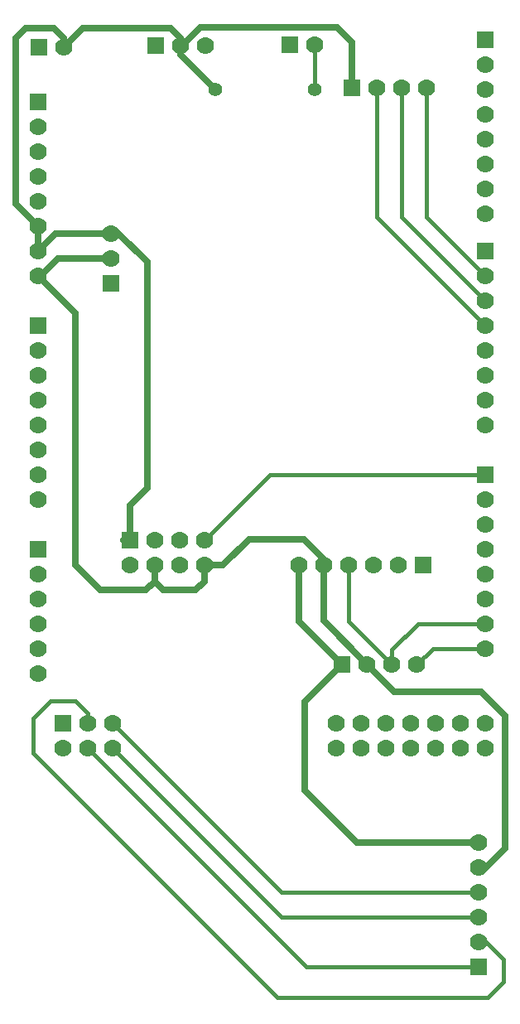
<source format=gbl>
G04 Layer_Physical_Order=2*
G04 Layer_Color=16711680*
%FSLAX25Y25*%
%MOIN*%
G70*
G01*
G75*
%ADD10C,0.01500*%
%ADD11C,0.02500*%
%ADD12C,0.07000*%
%ADD13R,0.07000X0.07000*%
%ADD14R,0.07000X0.07000*%
%ADD15C,0.05512*%
D10*
X320000Y157500D02*
X408000Y69500D01*
X477500D01*
X330000Y157500D02*
X398000Y89500D01*
X477500D01*
X330000Y167500D02*
X398000Y99500D01*
X477500D01*
X320000Y167500D02*
Y171500D01*
X315000Y176500D02*
X320000Y171500D01*
X305000Y176500D02*
X315000D01*
X298000Y169500D02*
X305000Y176500D01*
X298000Y155500D02*
Y169500D01*
Y155500D02*
X396500Y57000D01*
X477500Y79500D02*
X480500D01*
X487500Y72500D01*
X396500Y57000D02*
X481000D01*
X487500Y63500D01*
Y72500D01*
X453000Y207500D02*
X480000D01*
X442500Y197000D02*
X453000Y207500D01*
X442500Y191000D02*
Y197000D01*
X459000Y197500D02*
X480000D01*
X452500Y191000D02*
X459000Y197500D01*
X425000Y208500D02*
Y231000D01*
Y208500D02*
X442500Y191000D01*
X393500Y267500D02*
X480000D01*
X367000Y241000D02*
X393500Y267500D01*
X411500Y422500D02*
Y440500D01*
X456500Y371000D02*
Y423000D01*
Y371000D02*
X480000Y347500D01*
X446500Y371000D02*
Y423000D01*
Y371000D02*
X480000Y337500D01*
X436500Y371000D02*
Y423000D01*
Y371000D02*
X480000Y327500D01*
D11*
X432500Y191000D02*
X443500Y180000D01*
X478500D01*
X488000Y170500D01*
X477500Y109500D02*
X480500D01*
X488000Y117000D01*
Y170500D01*
X407500Y176000D02*
X422500Y191000D01*
X407500Y140500D02*
Y176000D01*
Y140500D02*
X428500Y119500D01*
X477500D01*
X415000Y208682D02*
Y231000D01*
Y208682D02*
X432500Y191182D01*
Y191000D02*
Y191182D01*
X405000Y208500D02*
Y231000D01*
Y208500D02*
X422500Y191000D01*
X367000Y224500D02*
Y231000D01*
X334500Y241000D02*
X337000D01*
X347000Y224500D02*
X350500Y221000D01*
X363500D01*
X367000Y224500D01*
Y231000D02*
X374500D01*
X415000D02*
Y233500D01*
X374500Y231000D02*
X385000Y241500D01*
X407000D01*
X415000Y233500D01*
X347000Y224500D02*
Y231000D01*
X315000D02*
Y332500D01*
X300000Y347500D02*
X315000Y332500D01*
Y231000D02*
X325000Y221000D01*
X343500D01*
X347000Y224500D01*
X300000Y347500D02*
X301000D01*
X308000Y354500D02*
X329500D01*
X301000Y347500D02*
X308000Y354500D01*
X300000Y357500D02*
Y367500D01*
X307000Y364500D02*
X329500D01*
X300000Y357500D02*
X307000Y364500D01*
X329500D02*
X332500D01*
X344000Y353000D01*
Y262000D02*
Y353000D01*
X337000Y255000D02*
X344000Y262000D01*
X337000Y241000D02*
Y255000D01*
X291000Y376500D02*
X300000Y367500D01*
X291000Y376500D02*
Y443000D01*
X295000Y447000D01*
X306500D01*
X310500Y443000D01*
Y439500D02*
Y443000D01*
Y439500D02*
X318000Y447000D01*
X353500D01*
X357500Y443000D01*
Y440000D02*
Y443000D01*
Y440000D02*
X358000D01*
X365500Y447500D01*
X420500D01*
X426500Y441500D01*
Y423000D02*
Y441500D01*
X357500Y436500D02*
Y440000D01*
Y436500D02*
X371500Y422500D01*
D12*
X480000Y167500D02*
D03*
X470000D02*
D03*
X460000D02*
D03*
X450000D02*
D03*
X440000D02*
D03*
X430000D02*
D03*
X420000D02*
D03*
X480000Y157500D02*
D03*
X470000D02*
D03*
X460000D02*
D03*
X450000D02*
D03*
X440000D02*
D03*
X430000D02*
D03*
X420000D02*
D03*
X320000D02*
D03*
X310000D02*
D03*
X320000Y167500D02*
D03*
X330000D02*
D03*
Y157500D02*
D03*
X477500Y79500D02*
D03*
Y89500D02*
D03*
Y99500D02*
D03*
Y109500D02*
D03*
Y119500D02*
D03*
X445000Y231000D02*
D03*
X435000D02*
D03*
X425000D02*
D03*
X415000D02*
D03*
X405000D02*
D03*
X300000Y347500D02*
D03*
Y357500D02*
D03*
Y367500D02*
D03*
Y377500D02*
D03*
Y387500D02*
D03*
Y397500D02*
D03*
Y407500D02*
D03*
X432500Y191000D02*
D03*
X442500D02*
D03*
X452500D02*
D03*
X480000Y372500D02*
D03*
Y382500D02*
D03*
Y392500D02*
D03*
Y402500D02*
D03*
Y412500D02*
D03*
Y422500D02*
D03*
Y432500D02*
D03*
Y287500D02*
D03*
Y297500D02*
D03*
Y307500D02*
D03*
Y317500D02*
D03*
Y327500D02*
D03*
Y337500D02*
D03*
Y347500D02*
D03*
Y197500D02*
D03*
Y207500D02*
D03*
Y217500D02*
D03*
Y227500D02*
D03*
Y237500D02*
D03*
Y247500D02*
D03*
Y257500D02*
D03*
X300000Y227500D02*
D03*
Y217500D02*
D03*
Y207500D02*
D03*
Y197500D02*
D03*
Y187500D02*
D03*
Y257500D02*
D03*
Y267500D02*
D03*
Y277500D02*
D03*
Y287500D02*
D03*
Y297500D02*
D03*
Y307500D02*
D03*
Y317500D02*
D03*
X347000Y241000D02*
D03*
X357000D02*
D03*
X367000D02*
D03*
X337000Y231000D02*
D03*
X347000D02*
D03*
X357000D02*
D03*
X367000D02*
D03*
X329500Y364500D02*
D03*
Y354500D02*
D03*
X310500Y439500D02*
D03*
X367500Y440000D02*
D03*
X357500D02*
D03*
X411500Y440500D02*
D03*
X436500Y423000D02*
D03*
X446500D02*
D03*
X456500D02*
D03*
D13*
X310000Y167500D02*
D03*
X455000Y231000D02*
D03*
X422500Y191000D02*
D03*
X337000Y241000D02*
D03*
X300500Y439500D02*
D03*
X347500Y440000D02*
D03*
X401500Y440500D02*
D03*
X426500Y423000D02*
D03*
D14*
X477500Y69500D02*
D03*
X300000Y417500D02*
D03*
X480000Y442500D02*
D03*
Y357500D02*
D03*
Y267500D02*
D03*
X300000Y237500D02*
D03*
Y327500D02*
D03*
X329500Y344500D02*
D03*
D15*
X411500Y422500D02*
D03*
X371500D02*
D03*
M02*

</source>
